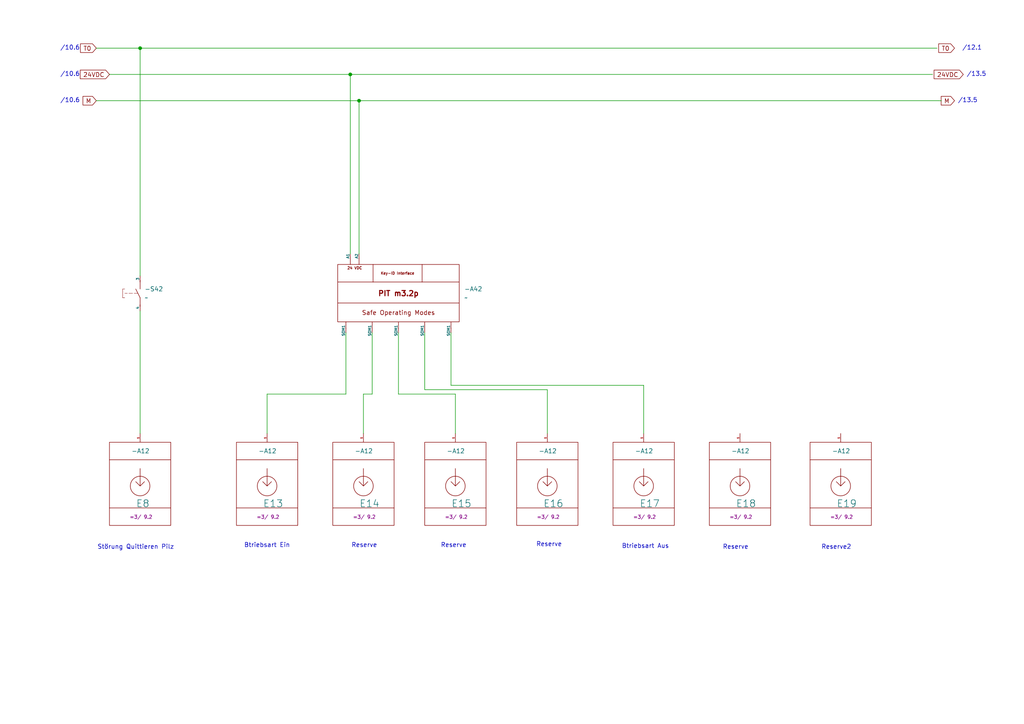
<source format=kicad_sch>
(kicad_sch (version 20250114) (generator "eeschema") (generator_version "9.0")
  (paper "A4")
  (title_block (comment 4 "3"))
  (lib_symbols
    (symbol "devices:PIT_m3.2p_Safe-Operation-Modul" (pin_numbers (hide yes)) (pin_names (offset 0)) (on_board no)
      (property "Reference" "-A" (at -19.812 9.652 0))
      (symbol "PIT_m3.2p_Safe-Operation-Modul_0_1"
        (rectangle (start -17.6212 8.382) (end 17.6213 -8.2549))
        (polyline (pts (xy -17.526 3.302) (xy 17.526 3.302)))
        (polyline (pts (xy -17.526 -2.794) (xy 17.526 -2.794)))
        (polyline (pts (xy -15.24 -10.16) (xy -15.24 -8.255)))
        (polyline (pts (xy -13.97 10.16) (xy -13.97 8.382)))
        (polyline (pts (xy -11.43 10.16) (xy -11.43 8.382)))
        (polyline (pts (xy -7.62 -10.16) (xy -7.62 -8.382)))
        (polyline (pts (xy -7.366 3.302) (xy -7.366 8.382)))
        (polyline (pts (xy 0 -10.16) (xy 0 -8.382)))
        (polyline (pts (xy 6.858 3.302) (xy 6.858 8.382)))
        (polyline (pts (xy 7.62 -10.16) (xy 7.62 -8.382)))
        (polyline (pts (xy 15.24 -10.16) (xy 15.24 -8.382)))
      )
      (symbol "PIT_m3.2p_Safe-Operation-Modul_1_1"
        (text "24 VDC" (at -12.7 7.366 0) (effects (font (size 0.762 0.762))))
        (text "Key-ID Interface" (at -0.254 5.842 0) (effects (font (size 0.762 0.762))))
        (text "PIT m3.2p" (at 0 0 0) (effects (font (size 1.524 1.524) (thickness 0.3048) (bold yes))))
        (text "Safe Operating Modes" (at 0 -5.588 0) (effects (font (size 1.27 1.27))))
        (pin passive line (at -15.24 -11.43 90) (length 1.27) (name "SOM1") (number "SOM1"))
        (pin passive line (at -13.97 11.43 270) (length 1.27) (name "A1") (number "A1"))
        (pin passive line (at -11.43 11.43 270) (length 1.27) (name "A2") (number "A2"))
        (pin passive line (at -7.62 -11.43 90) (length 1.27) (name "SOM1") (number "SOM1"))
        (pin passive line (at 0 -11.43 90) (length 1.27) (name "SOM1") (number "SOM1"))
        (pin passive line (at 7.62 -11.43 90) (length 1.27) (name "SOM1") (number "SOM1"))
        (pin passive line (at 15.24 -11.43 90) (length 1.27) (name "SOM1") (number "SOM1"))
      )
    )
    (symbol "standart:PLC_IN_(E)" (on_board no)
      (property "Reference" "-E" (at -6.35 10.16 0))
      (property "Target" "=Gruppe/ Seite.Pfad" (at 0.254 -8.382 0))
      (symbol "PLC_IN_(E)_0_1"
        (rectangle (start -8.89 12.7) (end 8.89 -11.43))
        (polyline (pts (xy -8.89 7.62) (xy 8.89 7.62)))
        (polyline (pts (xy -8.89 -6.35) (xy 8.89 -6.35)))
        (polyline (pts (xy 0 5.08) (xy 0 0) (xy 1.27 1.27) (xy 0 0) (xy -1.27 1.27)))
        (circle (center 0 0) (radius 2.8398))
      )
      (symbol "PLC_IN_(E)_1_1"
        (pin input line (at 0 15.24 270) (length 2.54) (name "") (number "1"))
      )
    )
    (symbol "standart:Taster_(S)_NO" (pin_numbers (hide yes)) (pin_names (offset 0))
      (property "Reference" "-S" (at -7.62 4.318 0))
      (symbol "Taster_(S)_NO_0_1"
        (polyline (pts (xy 0 1.27) (xy 0 3.81)))
        (polyline (pts (xy 0 1.27) (xy 0 1.27)))
        (polyline (pts (xy 0 -1.27) (xy -1.27 1.27)))
        (polyline (pts (xy 0 -1.27) (xy 0 -3.81)))
      )
      (symbol "Taster_(S)_NO_1_1"
        (polyline (pts (xy -4.445 -1.27) (xy -5.08 -1.27) (xy -5.08 1.27) (xy -4.445 1.27)) (stroke (width 0.1016)))
        (polyline (pts (xy -0.635 0) (xy -4.445 0)) (stroke (width 0.1016) (type dash)))
        (pin passive line (at 0 5.08 270) (length 1.778) (name "3") (number "3"))
        (pin passive line (at 0 -5.08 90) (length 1.778) (name "4") (number "4"))
      )
    )
  )
  (text "/12.1" (at 281.94 13.97 0) (effects (font (size 1.27 1.27))))
  (text "/10.6\n" (at 20.32 13.97 0) (effects (font (size 1.27 1.27))))
  (text "/10.6\n" (at 20.32 21.59 0) (effects (font (size 1.27 1.27))))
  (text "/13.5" (at 283.21 21.59 0) (effects (font (size 1.27 1.27))))
  (text "/10.6\n" (at 20.32 29.21 0) (effects (font (size 1.27 1.27))))
  (text "Reserve\n" (at 213.36 158.75 0) (effects (font (size 1.27 1.27))))
  (text "Störung Quittieren Pilz" (at 39.37 158.75 0) (effects (font (size 1.27 1.27))))
  (text "Reserve\n" (at 131.572 158.242 0) (effects (font (size 1.27 1.27))))
  (text "Btriebsart Aus" (at 187.198 158.496 0) (effects (font (size 1.27 1.27))))
  (text "Reserve2" (at 242.57 158.75 0) (effects (font (size 1.27 1.27))))
  (text "Btriebsart Ein" (at 77.47 158.242 0) (effects (font (size 1.27 1.27))))
  (text "Reserve\n\n" (at 159.258 159.004 0) (effects (font (size 1.27 1.27))))
  (text "/13.5" (at 280.67 29.21 0) (effects (font (size 1.27 1.27))))
  (text "Reserve\n" (at 105.664 158.242 0) (effects (font (size 1.27 1.27))))
  (junction (at 40.64 13.97))
  (junction (at 101.6 21.59))
  (junction (at 104.14 29.21))
  (wire (pts (xy 130.81 111.76) (xy 186.69 111.76)))
  (wire (pts (xy 186.69 111.76) (xy 186.69 125.73)))
  (wire (pts (xy 105.41 114.3) (xy 105.41 125.73)))
  (wire (pts (xy 123.19 96.52) (xy 123.19 113.03)))
  (wire (pts (xy 158.75 113.03) (xy 158.75 125.73)))
  (wire (pts (xy 104.14 29.21) (xy 273.05 29.21)))
  (wire (pts (xy 101.6 21.59) (xy 270.51 21.59)))
  (wire (pts (xy 77.47 114.3) (xy 77.47 125.73)))
  (wire (pts (xy 105.41 114.3) (xy 107.95 114.3)))
  (wire (pts (xy 104.14 29.21) (xy 104.14 73.66)))
  (wire (pts (xy 115.57 114.3) (xy 132.08 114.3)))
  (wire (pts (xy 100.33 96.52) (xy 100.33 114.3)))
  (wire (pts (xy 27.94 29.21) (xy 104.14 29.21)))
  (wire (pts (xy 101.6 21.59) (xy 101.6 73.66)))
  (wire (pts (xy 132.08 114.3) (xy 132.08 125.73)))
  (wire (pts (xy 77.47 114.3) (xy 100.33 114.3)))
  (wire (pts (xy 40.64 13.97) (xy 40.64 80.01)))
  (wire (pts (xy 115.57 96.52) (xy 115.57 114.3)))
  (wire (pts (xy 107.95 96.52) (xy 107.95 114.3)))
  (wire (pts (xy 40.64 90.17) (xy 40.64 125.73)))
  (wire (pts (xy 40.64 13.97) (xy 271.78 13.97)))
  (wire (pts (xy 123.19 113.03) (xy 158.75 113.03)))
  (wire (pts (xy 27.94 13.97) (xy 40.64 13.97)))
  (wire (pts (xy 130.81 96.52) (xy 130.81 111.76)))
  (wire (pts (xy 31.75 21.59) (xy 101.6 21.59)))
  (global_label "T0" (shape input) (at 27.94 13.97 180) (property "Intersheetrefs" "${INTERSHEET_REFS}" (effects (hide yes))))
  (global_label "T0" (shape input) (at 276.86 13.97 180) (property "Intersheetrefs" "${INTERSHEET_REFS}" (effects (hide yes))))
  (global_label "M" (shape input) (at 27.94 29.21 180) (property "Intersheetrefs" "${INTERSHEET_REFS}" (effects (hide yes))))
  (global_label "24VDC" (shape input) (at 31.75 21.59 180) (property "Intersheetrefs" "${INTERSHEET_REFS}" (effects (hide yes))))
  (global_label "M" (shape input) (at 276.86 29.21 180) (property "Intersheetrefs" "${INTERSHEET_REFS}" (effects (hide yes))))
  (global_label "24VDC" (shape input) (at 279.4 21.59 180) (property "Intersheetrefs" "${INTERSHEET_REFS}" (effects (hide yes))))
  (symbol (lib_id "standart:PLC_IN_(E)") (at 77.47 140.97 0) (unit 1) (on_board no)
    (property "Reference" "E13" (at 76.2 146.05 0) (effects (font (size 2.032 2.032)) (justify left)))
    (property "Value" "-A12" (at 74.93 130.81 0) (effects (justify left)))
    (property "Target" "=3/ 9.2" (at 77.724 149.352 0) (effects (font (size 1.016 1.016)) (justify top)))
  )
  (symbol (lib_id "standart:PLC_IN_(E)") (at 158.75 140.97 0) (unit 1) (on_board no)
    (property "Reference" "E16" (at 157.48 146.05 0) (effects (font (size 2.032 2.032)) (justify left)))
    (property "Value" "-A12" (at 156.21 130.81 0) (effects (justify left)))
    (property "Target" "=3/ 9.2" (at 159.004 149.352 0) (effects (font (size 1.016 1.016)) (justify top)))
  )
  (symbol (lib_id "standart:PLC_IN_(E)") (at 214.63 140.97 0) (unit 1) (on_board no)
    (property "Reference" "E18" (at 213.36 146.05 0) (effects (font (size 2.032 2.032)) (justify left)))
    (property "Value" "-A12" (at 212.09 130.81 0) (effects (justify left)))
    (property "Target" "=3/ 9.2" (at 214.884 149.352 0) (effects (font (size 1.016 1.016)) (justify top)))
  )
  (symbol (lib_id "standart:PLC_IN_(E)") (at 132.08 140.97 0) (unit 1) (on_board no)
    (property "Reference" "E15" (at 130.81 146.05 0) (effects (font (size 2.032 2.032)) (justify left)))
    (property "Value" "-A12" (at 129.54 130.81 0) (effects (justify left)))
    (property "Target" "=3/ 9.2" (at 132.334 149.352 0) (effects (font (size 1.016 1.016)) (justify top)))
  )
  (symbol (lib_id "standart:PLC_IN_(E)") (at 105.41 140.97 0) (unit 1) (on_board no)
    (property "Reference" "E14" (at 104.14 146.05 0) (effects (font (size 2.032 2.032)) (justify left)))
    (property "Value" "-A12" (at 102.87 130.81 0) (effects (justify left)))
    (property "Target" "=3/ 9.2" (at 105.664 149.352 0) (effects (font (size 1.016 1.016)) (justify top)))
  )
  (symbol (lib_id "devices:PIT_m3.2p_Safe-Operation-Modul") (at 115.57 85.09 0) (unit 1) (on_board no)
    (property "Reference" "-A42" (at 134.62 83.8199 0) (effects (justify left)))
    (property "Value" "~" (at 134.62 86.3599 0) (effects (justify left)))
    (property "Description" "Save Operation Modul (PILZ)" (effects (hide yes)))
  )
  (symbol (lib_id "standart:PLC_IN_(E)") (at 243.84 140.97 0) (unit 1) (on_board no)
    (property "Reference" "E19" (at 242.57 146.05 0) (effects (font (size 2.032 2.032)) (justify left)))
    (property "Value" "-A12" (at 241.3 130.81 0) (effects (justify left)))
    (property "Target" "=3/ 9.2" (at 244.094 149.352 0) (effects (font (size 1.016 1.016)) (justify top)))
  )
  (symbol (lib_id "standart:Taster_(S)_NO") (at 40.64 85.09 0) (unit 1)
    (property "Reference" "-S42" (at 41.91 83.8199 0) (effects (justify left)))
    (property "Value" "~" (at 41.91 86.3599 0) (effects (justify left)))
  )
  (symbol (lib_id "standart:PLC_IN_(E)") (at 186.69 140.97 0) (unit 1) (on_board no)
    (property "Reference" "E17" (at 185.42 146.05 0) (effects (font (size 2.032 2.032)) (justify left)))
    (property "Value" "-A12" (at 184.15 130.81 0) (effects (justify left)))
    (property "Target" "=3/ 9.2" (at 186.944 149.352 0) (effects (font (size 1.016 1.016)) (justify top)))
  )
  (symbol (lib_id "standart:PLC_IN_(E)") (at 40.64 140.97 0) (unit 1) (on_board no)
    (property "Reference" "E8" (at 39.37 146.05 0) (effects (font (size 2.032 2.032)) (justify left)))
    (property "Value" "-A12" (at 38.1 130.81 0) (effects (justify left)))
    (property "Target" "=3/ 9.2" (at 40.894 149.352 0) (effects (font (size 1.016 1.016)) (justify top)))
  )
)
</source>
